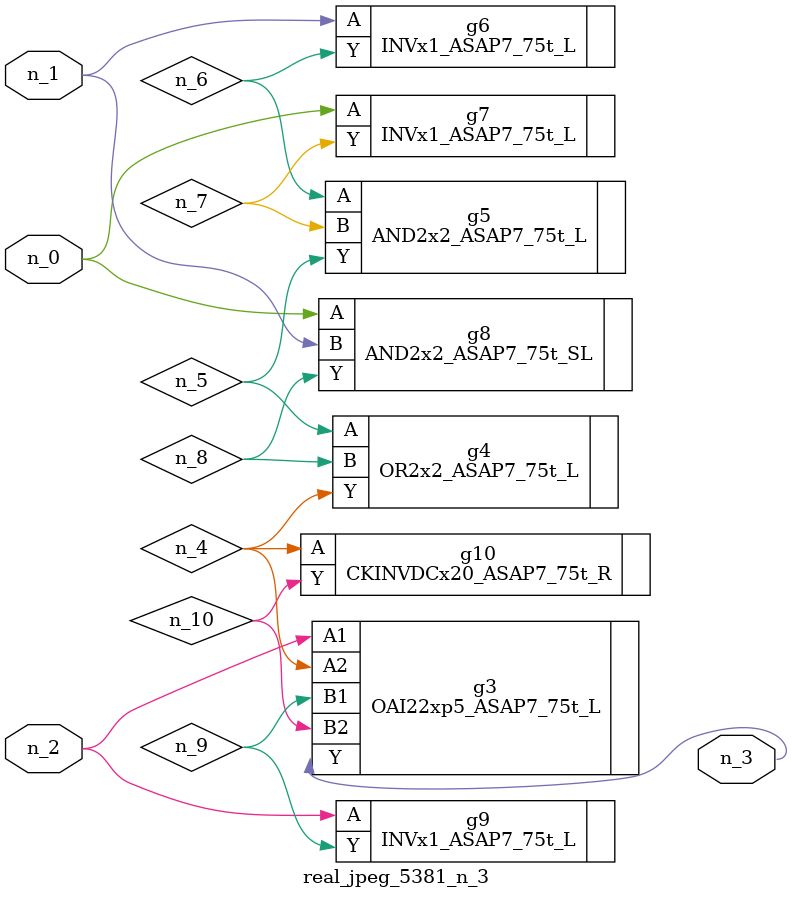
<source format=v>
module real_jpeg_5381_n_3 (n_1, n_0, n_2, n_3);

input n_1;
input n_0;
input n_2;

output n_3;

wire n_5;
wire n_4;
wire n_8;
wire n_6;
wire n_7;
wire n_10;
wire n_9;

INVx1_ASAP7_75t_L g7 ( 
.A(n_0),
.Y(n_7)
);

AND2x2_ASAP7_75t_SL g8 ( 
.A(n_0),
.B(n_1),
.Y(n_8)
);

INVx1_ASAP7_75t_L g6 ( 
.A(n_1),
.Y(n_6)
);

OAI22xp5_ASAP7_75t_L g3 ( 
.A1(n_2),
.A2(n_4),
.B1(n_9),
.B2(n_10),
.Y(n_3)
);

INVx1_ASAP7_75t_L g9 ( 
.A(n_2),
.Y(n_9)
);

CKINVDCx20_ASAP7_75t_R g10 ( 
.A(n_4),
.Y(n_10)
);

OR2x2_ASAP7_75t_L g4 ( 
.A(n_5),
.B(n_8),
.Y(n_4)
);

AND2x2_ASAP7_75t_L g5 ( 
.A(n_6),
.B(n_7),
.Y(n_5)
);


endmodule
</source>
